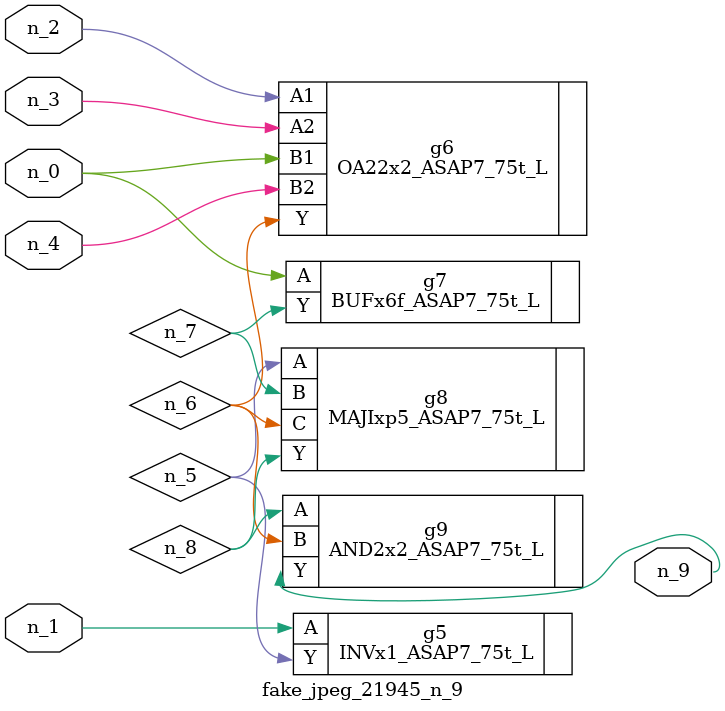
<source format=v>
module fake_jpeg_21945_n_9 (n_3, n_2, n_1, n_0, n_4, n_9);

input n_3;
input n_2;
input n_1;
input n_0;
input n_4;

output n_9;

wire n_8;
wire n_6;
wire n_5;
wire n_7;

INVx1_ASAP7_75t_L g5 ( 
.A(n_1),
.Y(n_5)
);

OA22x2_ASAP7_75t_L g6 ( 
.A1(n_2),
.A2(n_3),
.B1(n_0),
.B2(n_4),
.Y(n_6)
);

BUFx6f_ASAP7_75t_L g7 ( 
.A(n_0),
.Y(n_7)
);

MAJIxp5_ASAP7_75t_L g8 ( 
.A(n_5),
.B(n_7),
.C(n_6),
.Y(n_8)
);

AND2x2_ASAP7_75t_L g9 ( 
.A(n_8),
.B(n_6),
.Y(n_9)
);


endmodule
</source>
